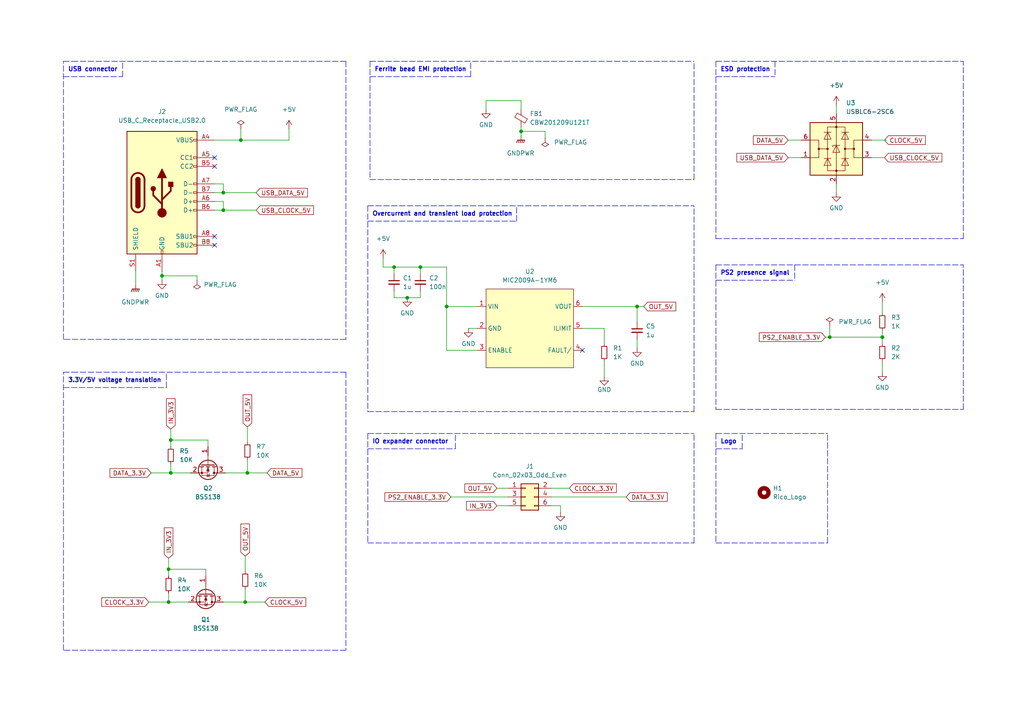
<source format=kicad_sch>
(kicad_sch (version 20211123) (generator eeschema)
  (paper "A4")
  (title_block (title "PS2 AT to USB Daughterboard for Leyden Jar controller") (date "2023-05-26") (rev "1") (comment 1 "Designed with love by Rico"))
  (lib_symbols
    (symbol "Connector:USB_C_Receptacle_USB2.0" (pin_names (offset 1.016))
      (property "Reference" "J" (at -10.16 19.05 0))
      (property "Value" "USB_C_Receptacle_USB2.0" (at 19.05 19.05 0))
      (symbol "USB_C_Receptacle_USB2.0_0_0"
        (rectangle (start -0.254 -17.78) (end 0.254 -16.764))
        (rectangle (start 10.16 -14.986) (end 9.144 -15.494))
        (rectangle (start 10.16 -12.446) (end 9.144 -12.954))
        (rectangle (start 10.16 -4.826) (end 9.144 -5.334))
        (rectangle (start 10.16 -2.286) (end 9.144 -2.794))
        (rectangle (start 10.16 0.254) (end 9.144 -0.254))
        (rectangle (start 10.16 2.794) (end 9.144 2.286))
        (rectangle (start 10.16 7.874) (end 9.144 7.366))
        (rectangle (start 10.16 10.414) (end 9.144 9.906))
        (rectangle (start 10.16 15.494) (end 9.144 14.986))
      )
      (symbol "USB_C_Receptacle_USB2.0_0_1"
        (rectangle (start -10.16 17.78) (end 10.16 -17.78) (stroke (width 0.254)) (fill (type background)))
        (arc (start -8.89 -3.81) (mid -6.985 -5.715) (end -5.08 -3.81) (stroke (width 0.508)))
        (arc (start -7.62 -3.81) (mid -6.985 -4.445) (end -6.35 -3.81) (stroke (width 0.254)))
        (arc (start -7.62 -3.81) (mid -6.985 -4.445) (end -6.35 -3.81) (stroke (width 0.254)) (fill (type outline)))
        (rectangle (start -7.62 -3.81) (end -6.35 3.81) (stroke (width 0.254)) (fill (type outline)))
        (arc (start -6.35 3.81) (mid -6.985 4.445) (end -7.62 3.81) (stroke (width 0.254)))
        (arc (start -6.35 3.81) (mid -6.985 4.445) (end -7.62 3.81) (stroke (width 0.254)) (fill (type outline)))
        (arc (start -5.08 3.81) (mid -6.985 5.715) (end -8.89 3.81) (stroke (width 0.508)))
        (circle (center -2.54 1.143) (radius 0.635) (stroke (width 0.254)) (fill (type outline)))
        (circle (center 0 -5.842) (radius 1.27) (fill (type outline)))
        (polyline (pts (xy -8.89 -3.81) (xy -8.89 3.81)) (stroke (width 0.508)))
        (polyline (pts (xy -5.08 3.81) (xy -5.08 -3.81)) (stroke (width 0.508)))
        (polyline (pts (xy 0 -5.842) (xy 0 4.318)) (stroke (width 0.508)))
        (polyline (pts (xy 0 -3.302) (xy -2.54 -0.762) (xy -2.54 0.508)) (stroke (width 0.508)))
        (polyline (pts (xy 0 -2.032) (xy 2.54 0.508) (xy 2.54 1.778)) (stroke (width 0.508)))
        (polyline (pts (xy -1.27 4.318) (xy 0 6.858) (xy 1.27 4.318) (xy -1.27 4.318)) (stroke (width 0.254)) (fill (type outline)))
        (rectangle (start 1.905 1.778) (end 3.175 3.048) (stroke (width 0.254)) (fill (type outline)))
      )
      (symbol "USB_C_Receptacle_USB2.0_1_1"
        (pin passive line (at 0 -22.86 90) (length 5.08) (name "GND") (number "A1"))
        (pin passive line (at 0 -22.86 90) (length 5.08) hide (name "GND") (number "A12"))
        (pin passive line (at 15.24 15.24 180) (length 5.08) (name "VBUS") (number "A4"))
        (pin bidirectional line (at 15.24 10.16 180) (length 5.08) (name "CC1") (number "A5"))
        (pin bidirectional line (at 15.24 -2.54 180) (length 5.08) (name "D+") (number "A6"))
        (pin bidirectional line (at 15.24 2.54 180) (length 5.08) (name "D-") (number "A7"))
        (pin bidirectional line (at 15.24 -12.7 180) (length 5.08) (name "SBU1") (number "A8"))
        (pin passive line (at 15.24 15.24 180) (length 5.08) hide (name "VBUS") (number "A9"))
        (pin passive line (at 0 -22.86 90) (length 5.08) hide (name "GND") (number "B1"))
        (pin passive line (at 0 -22.86 90) (length 5.08) hide (name "GND") (number "B12"))
        (pin passive line (at 15.24 15.24 180) (length 5.08) hide (name "VBUS") (number "B4"))
        (pin bidirectional line (at 15.24 7.62 180) (length 5.08) (name "CC2") (number "B5"))
        (pin bidirectional line (at 15.24 -5.08 180) (length 5.08) (name "D+") (number "B6"))
        (pin bidirectional line (at 15.24 0 180) (length 5.08) (name "D-") (number "B7"))
        (pin bidirectional line (at 15.24 -15.24 180) (length 5.08) (name "SBU2") (number "B8"))
        (pin passive line (at 15.24 15.24 180) (length 5.08) hide (name "VBUS") (number "B9"))
        (pin passive line (at -7.62 -22.86 90) (length 5.08) (name "SHIELD") (number "S1"))
      )
    )
    (symbol "Connector_Generic:Conn_02x03_Odd_Even" (pin_names (offset 1.016) hide)
      (property "Reference" "J" (at 1.27 5.08 0))
      (property "Value" "Conn_02x03_Odd_Even" (at 1.27 -5.08 0))
      (symbol "Conn_02x03_Odd_Even_1_1"
        (rectangle (start -1.27 -2.413) (end 0 -2.667) (stroke (width 0.1524)))
        (rectangle (start -1.27 0.127) (end 0 -0.127) (stroke (width 0.1524)))
        (rectangle (start -1.27 2.667) (end 0 2.413) (stroke (width 0.1524)))
        (rectangle (start -1.27 3.81) (end 3.81 -3.81) (stroke (width 0.254)) (fill (type background)))
        (rectangle (start 3.81 -2.413) (end 2.54 -2.667) (stroke (width 0.1524)))
        (rectangle (start 3.81 0.127) (end 2.54 -0.127) (stroke (width 0.1524)))
        (rectangle (start 3.81 2.667) (end 2.54 2.413) (stroke (width 0.1524)))
        (pin passive line (at -5.08 2.54 0) (length 3.81) (name "Pin_1") (number "1"))
        (pin passive line (at 7.62 2.54 180) (length 3.81) (name "Pin_2") (number "2"))
        (pin passive line (at -5.08 0 0) (length 3.81) (name "Pin_3") (number "3"))
        (pin passive line (at 7.62 0 180) (length 3.81) (name "Pin_4") (number "4"))
        (pin passive line (at -5.08 -2.54 0) (length 3.81) (name "Pin_5") (number "5"))
        (pin passive line (at 7.62 -2.54 180) (length 3.81) (name "Pin_6") (number "6"))
      )
    )
    (symbol "Device:C_Small" (pin_numbers hide) (pin_names (offset 0.254) hide)
      (property "Reference" "C" (at 0.254 1.778 0))
      (property "Value" "C_Small" (at 0.254 -2.032 0))
      (symbol "C_Small_0_1"
        (polyline (pts (xy -1.524 -0.508) (xy 1.524 -0.508)) (stroke (width 0.3302)))
        (polyline (pts (xy -1.524 0.508) (xy 1.524 0.508)) (stroke (width 0.3048)))
      )
      (symbol "C_Small_1_1"
        (pin passive line (at 0 2.54 270) (length 2.032) (name "~") (number "1"))
        (pin passive line (at 0 -2.54 90) (length 2.032) (name "~") (number "2"))
      )
    )
    (symbol "Device:FerriteBead_Small" (pin_numbers hide) (pin_names (offset 0))
      (property "Reference" "FB" (at 1.905 1.27 0))
      (property "Value" "FerriteBead_Small" (at 1.905 -1.27 0))
      (symbol "FerriteBead_Small_0_1"
        (polyline (pts (xy 0 -1.27) (xy 0 -0.7874)))
        (polyline (pts (xy 0 0.889) (xy 0 1.2954)))
        (polyline (pts (xy -1.8288 0.2794) (xy -1.1176 1.4986) (xy 1.8288 -0.2032) (xy 1.1176 -1.4224) (xy -1.8288 0.2794)))
      )
      (symbol "FerriteBead_Small_1_1"
        (pin passive line (at 0 2.54 270) (length 1.27) (name "~") (number "1"))
        (pin passive line (at 0 -2.54 90) (length 1.27) (name "~") (number "2"))
      )
    )
    (symbol "Device:R_Small" (pin_numbers hide) (pin_names (offset 0.254) hide)
      (property "Reference" "R" (at 0.762 0.508 0))
      (property "Value" "R_Small" (at 0.762 -1.016 0))
      (symbol "R_Small_0_1"
        (rectangle (start -0.762 1.778) (end 0.762 -1.778) (stroke (width 0.2032)))
      )
      (symbol "R_Small_1_1"
        (pin passive line (at 0 2.54 270) (length 0.762) (name "~") (number "1"))
        (pin passive line (at 0 -2.54 90) (length 0.762) (name "~") (number "2"))
      )
    )
    (symbol "Mechanical:MountingHole" (pin_names (offset 1.016))
      (property "Reference" "H" (at 0 5.08 0))
      (property "Value" "MountingHole" (at 0 3.175 0))
      (symbol "MountingHole_0_1"
        (circle (center 0 0) (radius 1.27) (stroke (width 1.27)))
      )
    )
    (symbol "Model-F:MIC2009A"
      (property "Reference" "U" (at 0 15.24 0))
      (property "Value" "MIC2009A" (at 0 12.7 0))
      (symbol "MIC2009A_0_1"
        (rectangle (start -12.7 11.43) (end 12.7 -11.43) (fill (type background)))
      )
      (symbol "MIC2009A_1_1"
        (pin power_in line (at -15.24 6.35 0) (length 2.54) (name "VIN") (number "1"))
        (pin power_in line (at -15.24 0 0) (length 2.54) (name "GND") (number "2"))
        (pin input line (at -15.24 -6.35 0) (length 2.54) (name "ENABLE") (number "3"))
        (pin output line (at 15.24 -6.35 180) (length 2.54) (name "FAULT/") (number "4"))
        (pin input line (at 15.24 0 180) (length 2.54) (name "ILIMIT") (number "5"))
        (pin power_out line (at 15.24 6.35 180) (length 2.54) (name "VOUT") (number "6"))
      )
    )
    (symbol "Power_Protection:USBLC6-2SC6" (pin_names hide)
      (property "Reference" "U" (at 2.54 8.89 0))
      (property "Value" "USBLC6-2SC6" (at 2.54 -8.89 0))
      (symbol "USBLC6-2SC6_0_1"
        (rectangle (start -7.62 -7.62) (end 7.62 7.62) (stroke (width 0.254)) (fill (type background)))
        (circle (center -5.08 0) (radius 0.254) (fill (type outline)))
        (circle (center -2.54 0) (radius 0.254) (fill (type outline)))
        (rectangle (start -2.54 6.35) (end 2.54 -6.35))
        (circle (center 0 -6.35) (radius 0.254) (fill (type outline)))
        (polyline (pts (xy -5.08 -2.54) (xy -7.62 -2.54)))
        (polyline (pts (xy -5.08 0) (xy -5.08 -2.54)))
        (polyline (pts (xy -5.08 2.54) (xy -7.62 2.54)))
        (polyline (pts (xy -1.524 -2.794) (xy -3.556 -2.794)))
        (polyline (pts (xy -1.524 4.826) (xy -3.556 4.826)))
        (polyline (pts (xy 0 -7.62) (xy 0 -6.35)))
        (polyline (pts (xy 0 -6.35) (xy 0 1.27)))
        (polyline (pts (xy 0 1.27) (xy 0 6.35)))
        (polyline (pts (xy 0 6.35) (xy 0 7.62)))
        (polyline (pts (xy 1.524 -2.794) (xy 3.556 -2.794)))
        (polyline (pts (xy 1.524 4.826) (xy 3.556 4.826)))
        (polyline (pts (xy 5.08 -2.54) (xy 7.62 -2.54)))
        (polyline (pts (xy 5.08 0) (xy 5.08 -2.54)))
        (polyline (pts (xy 5.08 2.54) (xy 7.62 2.54)))
        (polyline (pts (xy -2.54 0) (xy -5.08 0) (xy -5.08 2.54)))
        (polyline (pts (xy 2.54 0) (xy 5.08 0) (xy 5.08 2.54)))
        (polyline (pts (xy -3.556 -4.826) (xy -1.524 -4.826) (xy -2.54 -2.794) (xy -3.556 -4.826)))
        (polyline (pts (xy -3.556 2.794) (xy -1.524 2.794) (xy -2.54 4.826) (xy -3.556 2.794)))
        (polyline (pts (xy -1.016 -1.016) (xy 1.016 -1.016) (xy 0 1.016) (xy -1.016 -1.016)))
        (polyline (pts (xy 1.016 1.016) (xy 0.762 1.016) (xy -1.016 1.016) (xy -1.016 0.508)))
        (polyline (pts (xy 3.556 -4.826) (xy 1.524 -4.826) (xy 2.54 -2.794) (xy 3.556 -4.826)))
        (polyline (pts (xy 3.556 2.794) (xy 1.524 2.794) (xy 2.54 4.826) (xy 3.556 2.794)))
        (circle (center 0 6.35) (radius 0.254) (fill (type outline)))
        (circle (center 2.54 0) (radius 0.254) (fill (type outline)))
        (circle (center 5.08 0) (radius 0.254) (fill (type outline)))
      )
      (symbol "USBLC6-2SC6_1_1"
        (pin passive line (at -10.16 -2.54 0) (length 2.54) (name "I/O1") (number "1"))
        (pin passive line (at 0 -10.16 90) (length 2.54) (name "GND") (number "2"))
        (pin passive line (at 10.16 -2.54 180) (length 2.54) (name "I/O2") (number "3"))
        (pin passive line (at 10.16 2.54 180) (length 2.54) (name "I/O2") (number "4"))
        (pin passive line (at 0 10.16 270) (length 2.54) (name "VBUS") (number "5"))
        (pin passive line (at -10.16 2.54 0) (length 2.54) (name "I/O1") (number "6"))
      )
    )
    (symbol "Transistor_FET:BSS138" (pin_names hide)
      (property "Reference" "Q" (at 5.08 1.905 0))
      (property "Value" "BSS138" (at 5.08 0 0))
      (symbol "BSS138_0_1"
        (polyline (pts (xy 0.254 0) (xy -2.54 0)))
        (polyline (pts (xy 0.254 1.905) (xy 0.254 -1.905)) (stroke (width 0.254)))
        (polyline (pts (xy 0.762 -1.27) (xy 0.762 -2.286)) (stroke (width 0.254)))
        (polyline (pts (xy 0.762 0.508) (xy 0.762 -0.508)) (stroke (width 0.254)))
        (polyline (pts (xy 0.762 2.286) (xy 0.762 1.27)) (stroke (width 0.254)))
        (polyline (pts (xy 2.54 2.54) (xy 2.54 1.778)))
        (polyline (pts (xy 2.54 -2.54) (xy 2.54 0) (xy 0.762 0)))
        (polyline (pts (xy 0.762 -1.778) (xy 3.302 -1.778) (xy 3.302 1.778) (xy 0.762 1.778)))
        (polyline (pts (xy 1.016 0) (xy 2.032 0.381) (xy 2.032 -0.381) (xy 1.016 0)) (fill (type outline)))
        (polyline (pts (xy 2.794 0.508) (xy 2.921 0.381) (xy 3.683 0.381) (xy 3.81 0.254)))
        (polyline (pts (xy 3.302 0.381) (xy 2.921 -0.254) (xy 3.683 -0.254) (xy 3.302 0.381)))
        (circle (center 1.651 0) (radius 2.794) (stroke (width 0.254)))
        (circle (center 2.54 -1.778) (radius 0.254) (fill (type outline)))
        (circle (center 2.54 1.778) (radius 0.254) (fill (type outline)))
      )
      (symbol "BSS138_1_1"
        (pin input line (at -5.08 0 0) (length 2.54) (name "G") (number "1"))
        (pin passive line (at 2.54 -5.08 90) (length 2.54) (name "S") (number "2"))
        (pin passive line (at 2.54 5.08 270) (length 2.54) (name "D") (number "3"))
      )
    )
    (symbol "power:+5V" (power) (pin_names (offset 0))
      (property "Value" "+5V" (at 0 3.556 0))
      (symbol "+5V_0_1"
        (polyline (pts (xy -0.762 1.27) (xy 0 2.54)))
        (polyline (pts (xy 0 0) (xy 0 2.54)))
        (polyline (pts (xy 0 2.54) (xy 0.762 1.27)))
      )
      (symbol "+5V_1_1"
        (pin power_in line (at 0 0 90) (length 0) hide (name "+5V") (number "1"))
      )
    )
    (symbol "power:GND" (power) (pin_names (offset 0))
      (property "Value" "GND" (at 0 -3.81 0))
      (symbol "GND_0_1"
        (polyline (pts (xy 0 0) (xy 0 -1.27) (xy 1.27 -1.27) (xy 0 -2.54) (xy -1.27 -1.27) (xy 0 -1.27)))
      )
      (symbol "GND_1_1"
        (pin power_in line (at 0 0 270) (length 0) hide (name "GND") (number "1"))
      )
    )
    (symbol "power:GNDPWR" (power) (pin_names (offset 0))
      (property "Value" "GNDPWR" (at 0 -3.302 0))
      (symbol "GNDPWR_0_1"
        (polyline (pts (xy 0 -1.27) (xy 0 0)))
        (polyline (pts (xy -1.016 -1.27) (xy -1.27 -2.032) (xy -1.27 -2.032)) (stroke (width 0.2032)))
        (polyline (pts (xy -0.508 -1.27) (xy -0.762 -2.032) (xy -0.762 -2.032)) (stroke (width 0.2032)))
        (polyline (pts (xy 0 -1.27) (xy -0.254 -2.032) (xy -0.254 -2.032)) (stroke (width 0.2032)))
        (polyline (pts (xy 0.508 -1.27) (xy 0.254 -2.032) (xy 0.254 -2.032)) (stroke (width 0.2032)))
        (polyline (pts (xy 1.016 -1.27) (xy -1.016 -1.27) (xy -1.016 -1.27)) (stroke (width 0.2032)))
        (polyline (pts (xy 1.016 -1.27) (xy 0.762 -2.032) (xy 0.762 -2.032) (xy 0.762 -2.032)) (stroke (width 0.2032)))
      )
      (symbol "GNDPWR_1_1"
        (pin power_in line (at 0 0 270) (length 0) hide (name "GNDPWR") (number "1"))
      )
    )
    (symbol "power:PWR_FLAG" (power) (pin_numbers hide) (pin_names (offset 0) hide)
      (property "Value" "PWR_FLAG" (at 0 3.81 0))
      (symbol "PWR_FLAG_0_0"
        (pin power_out line (at 0 0 90) (length 0) (name "pwr") (number "1"))
      )
      (symbol "PWR_FLAG_0_1"
        (polyline (pts (xy 0 0) (xy 0 1.27) (xy -1.016 1.905) (xy 0 2.54) (xy 1.016 1.905) (xy 0 1.27)))
      )
    )
  )
  (junction (at 49.53 137.16))
  (junction (at 71.755 137.16))
  (junction (at 64.77 60.96))
  (junction (at 255.905 97.79))
  (junction (at 240.665 97.79))
  (junction (at 48.895 174.625))
  (junction (at 64.77 55.88))
  (junction (at 69.85 40.64))
  (junction (at 151.13 38.1))
  (junction (at 121.92 77.47))
  (junction (at 48.895 165.1))
  (junction (at 184.785 88.9))
  (junction (at 114.3 77.47))
  (junction (at 71.12 174.625))
  (junction (at 49.53 127.635))
  (junction (at 129.54 88.9))
  (junction (at 46.99 80.01))
  (junction (at 118.11 86.36))
  (no_connect (at 168.91 101.6))
  (no_connect (at 62.23 71.12))
  (no_connect (at 62.23 68.58))
  (no_connect (at 62.23 48.26))
  (no_connect (at 62.23 45.72))
  (wire (pts (xy 121.92 77.47) (xy 129.54 77.47)))
  (wire (pts (xy 49.53 137.16) (xy 55.245 137.16)))
  (polyline (pts (xy 106.68 157.48) (xy 201.295 157.48)))
  (polyline (pts (xy 207.645 125.73) (xy 240.03 125.73)))
  (wire (pts (xy 130.81 144.145) (xy 147.32 144.145)))
  (polyline (pts (xy 201.295 119.38) (xy 201.295 59.69)))
  (wire (pts (xy 158.115 38.1) (xy 151.13 38.1)))
  (wire (pts (xy 140.97 29.21) (xy 140.97 31.75)))
  (polyline (pts (xy 100.33 98.425) (xy 18.415 98.425)))
  (polyline (pts (xy 207.645 22.225) (xy 224.79 22.225)))
  (polyline (pts (xy 18.415 98.425) (xy 18.415 17.78)))
  (wire (pts (xy 160.02 141.605) (xy 165.1 141.605)))
  (wire (pts (xy 83.82 37.465) (xy 83.82 40.64)))
  (polyline (pts (xy 106.68 119.38) (xy 201.295 119.38)))
  (polyline (pts (xy 107.315 22.225) (xy 136.525 22.225)))
  (wire (pts (xy 59.69 165.1) (xy 59.69 167.005)))
  (polyline (pts (xy 207.645 69.215) (xy 279.4 69.215)))
  (polyline (pts (xy 207.645 17.78) (xy 279.4 17.78)))
  (wire (pts (xy 135.89 95.25) (xy 138.43 95.25)))
  (polyline (pts (xy 136.525 22.225) (xy 136.525 17.78)))
  (wire (pts (xy 64.77 55.88) (xy 74.295 55.88)))
  (wire (pts (xy 129.54 101.6) (xy 138.43 101.6)))
  (wire (pts (xy 62.23 53.34) (xy 64.77 53.34)))
  (wire (pts (xy 48.895 174.625) (xy 54.61 174.625)))
  (wire (pts (xy 46.99 78.74) (xy 46.99 80.01)))
  (wire (pts (xy 151.13 38.1) (xy 151.13 39.37)))
  (wire (pts (xy 71.755 137.16) (xy 65.405 137.16)))
  (wire (pts (xy 48.895 165.1) (xy 48.895 167.005)))
  (wire (pts (xy 184.785 88.9) (xy 186.69 88.9)))
  (polyline (pts (xy 18.415 107.95) (xy 20.955 107.95)))
  (wire (pts (xy 69.85 40.64) (xy 83.82 40.64)))
  (polyline (pts (xy 279.4 69.215) (xy 279.4 17.78)))
  (wire (pts (xy 151.13 36.83) (xy 151.13 38.1)))
  (wire (pts (xy 71.755 123.825) (xy 71.755 128.27)))
  (wire (pts (xy 158.115 40.005) (xy 158.115 38.1)))
  (polyline (pts (xy 201.295 157.48) (xy 201.295 125.73)))
  (wire (pts (xy 144.145 146.685) (xy 147.32 146.685)))
  (wire (pts (xy 242.57 30.48) (xy 242.57 33.02)))
  (polyline (pts (xy 207.645 76.835) (xy 207.645 118.745)))
  (wire (pts (xy 71.755 137.16) (xy 77.47 137.16)))
  (wire (pts (xy 239.395 97.79) (xy 240.665 97.79)))
  (wire (pts (xy 129.54 88.9) (xy 138.43 88.9)))
  (wire (pts (xy 46.99 80.01) (xy 46.99 81.28)))
  (wire (pts (xy 49.53 127.635) (xy 60.325 127.635)))
  (wire (pts (xy 121.92 77.47) (xy 121.92 79.375)))
  (polyline (pts (xy 18.415 188.595) (xy 18.415 107.95)))
  (wire (pts (xy 49.53 127.635) (xy 49.53 129.54)))
  (wire (pts (xy 252.73 45.72) (xy 256.54 45.72)))
  (wire (pts (xy 64.77 53.34) (xy 64.77 55.88)))
  (wire (pts (xy 151.13 29.21) (xy 140.97 29.21)))
  (wire (pts (xy 60.325 127.635) (xy 60.325 129.54)))
  (polyline (pts (xy 224.79 17.78) (xy 224.79 22.225)))
  (wire (pts (xy 168.91 95.25) (xy 175.26 95.25)))
  (wire (pts (xy 49.53 124.46) (xy 49.53 127.635)))
  (polyline (pts (xy 100.33 188.595) (xy 18.415 188.595)))
  (polyline (pts (xy 100.33 107.95) (xy 100.33 188.595)))
  (wire (pts (xy 175.26 95.25) (xy 175.26 99.695)))
  (wire (pts (xy 121.92 84.455) (xy 121.92 86.36)))
  (wire (pts (xy 255.905 87.63) (xy 255.905 90.805)))
  (wire (pts (xy 184.785 88.9) (xy 184.785 93.345)))
  (wire (pts (xy 62.23 55.88) (xy 64.77 55.88)))
  (wire (pts (xy 114.3 77.47) (xy 114.3 79.375)))
  (polyline (pts (xy 20.955 17.78) (xy 100.33 17.78)))
  (polyline (pts (xy 207.645 125.73) (xy 207.645 157.48)))
  (wire (pts (xy 57.15 80.01) (xy 46.99 80.01)))
  (wire (pts (xy 228.6 40.64) (xy 232.41 40.64)))
  (wire (pts (xy 151.13 31.75) (xy 151.13 29.21)))
  (wire (pts (xy 162.56 146.685) (xy 162.56 148.59)))
  (wire (pts (xy 175.26 104.775) (xy 175.26 109.22)))
  (wire (pts (xy 114.3 86.36) (xy 118.11 86.36)))
  (wire (pts (xy 48.895 165.1) (xy 59.69 165.1)))
  (wire (pts (xy 62.23 58.42) (xy 64.77 58.42)))
  (wire (pts (xy 114.3 84.455) (xy 114.3 86.36)))
  (polyline (pts (xy 35.56 22.225) (xy 35.56 17.78)))
  (wire (pts (xy 71.12 174.625) (xy 76.835 174.625)))
  (polyline (pts (xy 20.955 107.95) (xy 100.33 107.95)))
  (wire (pts (xy 71.755 133.35) (xy 71.755 137.16)))
  (polyline (pts (xy 215.265 130.175) (xy 215.265 125.73)))
  (wire (pts (xy 129.54 77.47) (xy 129.54 88.9)))
  (wire (pts (xy 64.77 60.96) (xy 74.295 60.96)))
  (polyline (pts (xy 207.645 76.835) (xy 279.4 76.835)))
  (wire (pts (xy 39.37 78.74) (xy 39.37 82.55)))
  (wire (pts (xy 57.15 81.28) (xy 57.15 80.01)))
  (polyline (pts (xy 106.68 59.69) (xy 106.68 119.38)))
  (polyline (pts (xy 106.68 130.175) (xy 132.08 130.175)))
  (polyline (pts (xy 201.295 52.07) (xy 201.295 17.78)))
  (wire (pts (xy 43.815 137.16) (xy 49.53 137.16)))
  (polyline (pts (xy 207.645 118.745) (xy 279.4 118.745)))
  (wire (pts (xy 62.23 40.64) (xy 69.85 40.64)))
  (polyline (pts (xy 18.415 22.225) (xy 35.56 22.225)))
  (polyline (pts (xy 207.645 157.48) (xy 240.03 157.48)))
  (wire (pts (xy 62.23 60.96) (xy 64.77 60.96)))
  (wire (pts (xy 240.665 97.79) (xy 255.905 97.79)))
  (wire (pts (xy 255.905 97.79) (xy 255.905 99.695)))
  (wire (pts (xy 114.3 77.47) (xy 121.92 77.47)))
  (polyline (pts (xy 207.645 130.175) (xy 215.265 130.175)))
  (wire (pts (xy 129.54 88.9) (xy 129.54 101.6)))
  (polyline (pts (xy 149.86 64.135) (xy 149.86 59.69)))
  (wire (pts (xy 160.02 144.145) (xy 181.61 144.145)))
  (polyline (pts (xy 107.315 17.78) (xy 107.315 52.07)))
  (wire (pts (xy 240.665 94.615) (xy 240.665 97.79)))
  (polyline (pts (xy 107.315 17.78) (xy 201.295 17.78)))
  (polyline (pts (xy 48.26 112.395) (xy 48.26 107.95)))
  (polyline (pts (xy 18.415 112.395) (xy 48.26 112.395)))
  (wire (pts (xy 255.905 104.775) (xy 255.905 107.95)))
  (polyline (pts (xy 106.68 125.73) (xy 201.295 125.73)))
  (wire (pts (xy 252.73 40.64) (xy 257.175 40.64)))
  (wire (pts (xy 48.895 172.085) (xy 48.895 174.625)))
  (wire (pts (xy 160.02 146.685) (xy 162.56 146.685)))
  (polyline (pts (xy 107.315 52.07) (xy 201.295 52.07)))
  (wire (pts (xy 242.57 53.34) (xy 242.57 55.88)))
  (wire (pts (xy 255.905 95.885) (xy 255.905 97.79)))
  (wire (pts (xy 118.11 86.36) (xy 121.92 86.36)))
  (wire (pts (xy 64.77 58.42) (xy 64.77 60.96)))
  (polyline (pts (xy 207.645 81.28) (xy 230.505 81.28)))
  (wire (pts (xy 71.12 174.625) (xy 64.77 174.625)))
  (polyline (pts (xy 18.415 17.78) (xy 20.955 17.78)))
  (wire (pts (xy 48.895 161.925) (xy 48.895 165.1)))
  (wire (pts (xy 69.85 37.465) (xy 69.85 40.64)))
  (polyline (pts (xy 132.08 130.175) (xy 132.08 125.73)))
  (polyline (pts (xy 230.505 76.835) (xy 230.505 81.28)))
  (polyline (pts (xy 279.4 118.745) (xy 279.4 76.835)))
  (wire (pts (xy 43.18 174.625) (xy 48.895 174.625)))
  (wire (pts (xy 228.6 45.72) (xy 232.41 45.72)))
  (polyline (pts (xy 207.645 17.78) (xy 207.645 69.215)))
  (wire (pts (xy 111.125 77.47) (xy 111.125 74.93)))
  (wire (pts (xy 168.91 88.9) (xy 184.785 88.9)))
  (polyline (pts (xy 100.33 17.78) (xy 100.33 98.425)))
  (wire (pts (xy 144.145 141.605) (xy 147.32 141.605)))
  (wire (pts (xy 184.785 98.425) (xy 184.785 100.965)))
  (polyline (pts (xy 106.68 59.69) (xy 201.295 59.69)))
  (wire (pts (xy 111.125 77.47) (xy 114.3 77.47)))
  (wire (pts (xy 71.12 170.815) (xy 71.12 174.625)))
  (polyline (pts (xy 240.03 157.48) (xy 240.03 125.73)))
  (wire (pts (xy 49.53 134.62) (xy 49.53 137.16)))
  (polyline (pts (xy 106.68 64.135) (xy 149.86 64.135)))
  (polyline (pts (xy 106.68 125.73) (xy 106.68 157.48)))
  (wire (pts (xy 71.12 161.29) (xy 71.12 165.735)))
  (text "ESD protection" (at 208.915 20.955 0) (effects (font (size 1.27 1.27) (thickness 0.254) bold) (justify left bottom)))
  (text "Overcurrent and transient load protection" (at 107.95 62.865 0) (effects (font (size 1.27 1.27) (thickness 0.254) bold) (justify left bottom)))
  (text "Logo" (at 208.915 128.905 0) (effects (font (size 1.27 1.27) (thickness 0.254) bold) (justify left bottom)))
  (text "3.3V/5V voltage translation" (at 19.685 111.125 0) (effects (font (size 1.27 1.27) (thickness 0.254) bold) (justify left bottom)))
  (text "PS2 presence signal" (at 208.915 80.01 0) (effects (font (size 1.27 1.27) (thickness 0.254) bold) (justify left bottom)))
  (text "IO expander connector" (at 107.95 128.905 0) (effects (font (size 1.27 1.27) (thickness 0.254) bold) (justify left bottom)))
  (text "Ferrite bead EMI protection" (at 108.585 20.955 0) (effects (font (size 1.27 1.27) (thickness 0.254) bold) (justify left bottom)))
  (text "USB connector" (at 19.685 20.955 0) (effects (font (size 1.27 1.27) (thickness 0.254) bold) (justify left bottom)))
  (global_label "OUT_5V" (shape input) (at 71.755 123.825 90) (property "Intersheet References" "${INTERSHEET_REFS}" (effects hide)))
  (global_label "DATA_5V" (shape input) (at 77.47 137.16 0) (property "Intersheet References" "${INTERSHEET_REFS}" (effects hide)))
  (global_label "CLOCK_5V" (shape input) (at 76.835 174.625 0) (property "Intersheet References" "${INTERSHEET_REFS}" (effects hide)))
  (global_label "DATA_3.3V" (shape input) (at 181.61 144.145 0) (property "Intersheet References" "${INTERSHEET_REFS}" (effects hide)))
  (global_label "USB_CLOCK_5V" (shape input) (at 256.54 45.72 0) (property "Intersheet References" "${INTERSHEET_REFS}" (effects hide)))
  (global_label "DATA_3.3V" (shape input) (at 43.815 137.16 180) (property "Intersheet References" "${INTERSHEET_REFS}" (effects hide)))
  (global_label "IN_3V3" (shape input) (at 48.895 161.925 90) (property "Intersheet References" "${INTERSHEET_REFS}" (effects hide)))
  (global_label "PS2_ENABLE_3.3V" (shape input) (at 130.81 144.145 180) (property "Intersheet References" "${INTERSHEET_REFS}" (effects hide)))
  (global_label "IN_3V3" (shape input) (at 144.145 146.685 180) (property "Intersheet References" "${INTERSHEET_REFS}" (effects hide)))
  (global_label "USB_DATA_5V" (shape input) (at 228.6 45.72 180) (property "Intersheet References" "${INTERSHEET_REFS}" (effects hide)))
  (global_label "PS2_ENABLE_3.3V" (shape input) (at 239.395 97.79 180) (property "Intersheet References" "${INTERSHEET_REFS}" (effects hide)))
  (global_label "CLOCK_3.3V" (shape input) (at 43.18 174.625 180) (property "Intersheet References" "${INTERSHEET_REFS}" (effects hide)))
  (global_label "IN_3V3" (shape input) (at 49.53 124.46 90) (property "Intersheet References" "${INTERSHEET_REFS}" (effects hide)))
  (global_label "OUT_5V" (shape input) (at 186.69 88.9 0) (property "Intersheet References" "${INTERSHEET_REFS}" (effects hide)))
  (global_label "USB_CLOCK_5V" (shape input) (at 74.295 60.96 0) (property "Intersheet References" "${INTERSHEET_REFS}" (effects hide)))
  (global_label "USB_DATA_5V" (shape input) (at 74.295 55.88 0) (property "Intersheet References" "${INTERSHEET_REFS}" (effects hide)))
  (global_label "CLOCK_5V" (shape input) (at 256.54 40.64 0) (property "Intersheet References" "${INTERSHEET_REFS}" (effects hide)))
  (global_label "OUT_5V" (shape input) (at 71.12 161.29 90) (property "Intersheet References" "${INTERSHEET_REFS}" (effects hide)))
  (global_label "CLOCK_3.3V" (shape input) (at 165.1 141.605 0) (property "Intersheet References" "${INTERSHEET_REFS}" (effects hide)))
  (global_label "DATA_5V" (shape input) (at 228.6 40.64 180) (property "Intersheet References" "${INTERSHEET_REFS}" (effects hide)))
  (global_label "OUT_5V" (shape input) (at 144.145 141.605 180) (property "Intersheet References" "${INTERSHEET_REFS}" (effects hide)))
  (symbol (lib_id "power:GND") (at 118.11 86.36 0) (unit 1)
    (property "Reference" "#PWR0104" (effects hide))
    (property "Value" "GND" (at 118.11 90.805 0))
  )
  (symbol (lib_id "power:PWR_FLAG") (at 57.15 81.28 180) (unit 1)
    (property "Reference" "#FLG0102" (effects hide))
    (property "Value" "PWR_FLAG" (at 59.055 82.5499 0) (effects (justify right)))
  )
  (symbol (lib_id "power:GNDPWR") (at 151.13 39.37 0) (unit 1)
    (property "Reference" "#PWR0109" (effects hide))
    (property "Value" "GNDPWR" (at 151.003 44.45 0))
  )
  (symbol (lib_id "power:PWR_FLAG") (at 240.665 94.615 0) (unit 1)
    (property "Reference" "#FLG0104" (effects hide))
    (property "Value" "PWR_FLAG" (at 243.205 93.3449 0) (effects (justify left)))
  )
  (symbol (lib_id "Device:R_Small") (at 255.905 93.345 0) (unit 1)
    (property "Reference" "R3" (at 258.445 92.0749 0) (effects (justify left)))
    (property "Value" "1K" (at 258.445 94.6149 0) (effects (justify left)))
    (property "Footprint" "Model-F:Resistor_603" (effects hide))
    (property "LCSC" "C11702" (effects hide))
  )
  (symbol (lib_id "power:PWR_FLAG") (at 158.115 40.005 180) (unit 1)
    (property "Reference" "#FLG0103" (effects hide))
    (property "Value" "PWR_FLAG" (at 160.655 41.2749 0) (effects (justify right)))
  )
  (symbol (lib_id "Device:R_Small") (at 71.755 130.81 0) (unit 1)
    (property "Reference" "R7" (at 74.295 129.5399 0) (effects (justify left)))
    (property "Value" "10K" (at 74.295 132.0799 0) (effects (justify left)))
    (property "Footprint" "Model-F:Resistor_603" (effects hide))
    (property "LCSC" "C25744" (effects hide))
  )
  (symbol (lib_id "power:PWR_FLAG") (at 69.85 37.465 0) (unit 1)
    (property "Reference" "#FLG0101" (effects hide))
    (property "Value" "PWR_FLAG" (at 69.85 31.75 0))
  )
  (symbol (lib_id "power:GND") (at 162.56 148.59 0) (unit 1)
    (property "Reference" "#PWR0114" (effects hide))
    (property "Value" "GND" (at 162.56 153.035 0))
  )
  (symbol (lib_id "Device:R_Small") (at 255.905 102.235 0) (unit 1)
    (property "Reference" "R2" (at 258.445 100.9649 0) (effects (justify left)))
    (property "Value" "2K" (at 258.445 103.5049 0) (effects (justify left)))
    (property "Footprint" "Model-F:Resistor_603" (effects hide))
    (property "LCSC" "C100291" (effects hide))
  )
  (symbol (lib_id "power:GND") (at 175.26 109.22 0) (unit 1)
    (property "Reference" "#PWR0102" (effects hide))
    (property "Value" "GND" (at 175.26 113.03 0))
  )
  (symbol (lib_id "Transistor_FET:BSS138") (at 60.325 134.62 270) (unit 1)
    (property "Reference" "Q2" (at 60.325 141.605 90))
    (property "Value" "BSS138" (at 60.325 144.145 90))
    (property "Footprint" "Model-F:SOT-23" (effects hide))
    (property "Datasheet" "https://www.onsemi.com/pub/Collateral/BSS138-D.PDF" (effects hide))
    (property "LCSC" "C2874697" (effects hide))
  )
  (symbol (lib_id "power:+5V") (at 242.57 30.48 0) (unit 1)
    (property "Reference" "#PWR0115" (effects hide))
    (property "Value" "+5V" (at 242.57 24.765 0))
  )
  (symbol (lib_id "Device:R_Small") (at 71.12 168.275 0) (unit 1)
    (property "Reference" "R6" (at 73.66 167.0049 0) (effects (justify left)))
    (property "Value" "10K" (at 73.66 169.5449 0) (effects (justify left)))
    (property "Footprint" "Model-F:Resistor_603" (effects hide))
    (property "LCSC" "C25744" (effects hide))
  )
  (symbol (lib_id "Device:C_Small") (at 114.3 81.915 0) (unit 1)
    (property "Reference" "C1" (at 116.84 80.6512 0) (effects (justify left)))
    (property "Value" "1u" (at 116.84 83.1912 0) (effects (justify left)))
    (property "Footprint" "Model-F:Capacitor_603" (effects hide))
    (property "LCSC" "C52923" (effects hide))
  )
  (symbol (lib_id "power:+5V") (at 255.905 87.63 0) (unit 1)
    (property "Reference" "#PWR01" (effects hide))
    (property "Value" "+5V" (at 255.905 81.915 0))
  )
  (symbol (lib_id "power:GND") (at 135.89 95.25 0) (unit 1)
    (property "Reference" "#PWR0101" (effects hide))
    (property "Value" "GND" (at 135.89 99.695 0))
  )
  (symbol (lib_id "Device:FerriteBead_Small") (at 151.13 34.29 0) (unit 1)
    (property "Reference" "FB1" (at 153.67 32.9818 0) (effects (justify left)))
    (property "Value" "CBW201209U121T" (at 153.67 35.5218 0) (effects (justify left)))
    (property "Footprint" "Model-F:R_805" (effects hide))
    (property "LCSC" "C139186" (effects hide))
  )
  (symbol (lib_id "power:GND") (at 46.99 81.28 0) (unit 1)
    (property "Reference" "#PWR0107" (effects hide))
    (property "Value" "GND" (at 46.99 85.725 0))
  )
  (symbol (lib_id "Device:C_Small") (at 121.92 81.915 0) (unit 1)
    (property "Reference" "C2" (at 124.46 80.6512 0) (effects (justify left)))
    (property "Value" "100n" (at 124.46 83.1912 0) (effects (justify left)))
    (property "Footprint" "Model-F:Capacitor_603" (effects hide))
    (property "LCSC" "C1525" (effects hide))
  )
  (symbol (lib_id "Device:R_Small") (at 175.26 102.235 0) (unit 1)
    (property "Reference" "R1" (at 177.8 100.9649 0) (effects (justify left)))
    (property "Value" "1K" (at 177.8 103.5049 0) (effects (justify left)))
    (property "Footprint" "Model-F:Resistor_603" (effects hide))
    (property "LCSC" "C11702" (effects hide))
  )
  (symbol (lib_id "power:+5V") (at 111.125 74.93 0) (unit 1)
    (property "Reference" "#PWR0103" (effects hide))
    (property "Value" "+5V" (at 111.125 69.215 0))
  )
  (symbol (lib_id "power:GND") (at 242.57 55.88 0) (unit 1)
    (property "Reference" "#PWR0117" (effects hide))
    (property "Value" "GND" (at 242.57 60.325 0))
  )
  (symbol (lib_id "power:GND") (at 140.97 31.75 0) (unit 1)
    (property "Reference" "#PWR0110" (effects hide))
    (property "Value" "GND" (at 140.97 36.195 0))
  )
  (symbol (lib_id "Mechanical:MountingHole") (at 221.615 142.875 0) (unit 1)
    (property "Reference" "H1" (at 224.155 141.6049 0) (effects (justify left)))
    (property "Value" "Rico_Logo" (at 224.155 144.1449 0) (effects (justify left)))
    (property "Footprint" "Model-F:Rico_Logo" (effects hide))
  )
  (symbol (lib_id "Device:R_Small") (at 49.53 132.08 0) (unit 1)
    (property "Reference" "R5" (at 52.07 130.8099 0) (effects (justify left)))
    (property "Value" "10K" (at 52.07 133.3499 0) (effects (justify left)))
    (property "Footprint" "Model-F:Resistor_603" (effects hide))
    (property "LCSC" "C25744" (effects hide))
  )
  (symbol (lib_id "power:GND") (at 255.905 107.95 0) (unit 1)
    (property "Reference" "#PWR0105" (effects hide))
    (property "Value" "GND" (at 255.905 112.395 0))
  )
  (symbol (lib_id "Device:R_Small") (at 48.895 169.545 0) (unit 1)
    (property "Reference" "R4" (at 51.435 168.2749 0) (effects (justify left)))
    (property "Value" "10K" (at 51.435 170.8149 0) (effects (justify left)))
    (property "Footprint" "Model-F:Resistor_603" (effects hide))
    (property "LCSC" "C25744" (effects hide))
  )
  (symbol (lib_id "power:GNDPWR") (at 39.37 82.55 0) (unit 1)
    (property "Reference" "#PWR0108" (effects hide))
    (property "Value" "GNDPWR" (at 39.243 87.63 0))
  )
  (symbol (lib_id "Transistor_FET:BSS138") (at 59.69 172.085 270) (unit 1)
    (property "Reference" "Q1" (at 59.69 179.705 90))
    (property "Value" "BSS138" (at 59.69 182.245 90))
    (property "Footprint" "Model-F:SOT-23" (effects hide))
    (property "Datasheet" "https://www.onsemi.com/pub/Collateral/BSS138-D.PDF" (effects hide))
    (property "LCSC" "C2874697" (effects hide))
  )
  (symbol (lib_id "Device:C_Small") (at 184.785 95.885 0) (unit 1)
    (property "Reference" "C5" (at 187.325 94.6212 0) (effects (justify left)))
    (property "Value" "1u" (at 187.325 97.1612 0) (effects (justify left)))
    (property "Footprint" "Model-F:Capacitor_603" (effects hide))
    (property "LCSC" "C52923" (effects hide))
  )
  (symbol (lib_id "Model-F:MIC2009A") (at 153.67 95.25 0) (unit 1)
    (property "Reference" "U2" (at 153.67 78.74 0))
    (property "Value" "MIC2009A-1YM6" (at 153.67 81.28 0))
    (property "Footprint" "Model-F:SOT-23-6" (effects hide))
    (property "Datasheet" "https://www.mouser.fr/datasheet/2/268/MIC20xx_Fixed_and_Adjustable_Current_Limiting_Powe-2930337.pdf" (effects hide))
    (property "LCSC" "C625657" (effects hide))
  )
  (symbol (lib_id "power:GND") (at 184.785 100.965 0) (unit 1)
    (property "Reference" "#PWR0116" (effects hide))
    (property "Value" "GND" (at 184.785 105.41 0))
  )
  (symbol (lib_id "power:+5V") (at 83.82 37.465 0) (unit 1)
    (property "Reference" "#PWR0106" (effects hide))
    (property "Value" "+5V" (at 83.82 31.75 0))
  )
  (symbol (lib_id "Connector:USB_C_Receptacle_USB2.0") (at 46.99 55.88 0) (unit 1)
    (property "Reference" "J2" (at 46.99 32.385 0))
    (property "Value" "USB_C_Receptacle_USB2.0" (at 46.99 34.925 0))
    (property "Footprint" "Model-F:USB_C_Receptacle_HRO_TYPE-C-31-M-12" (effects hide))
    (property "Datasheet" "https://www.usb.org/sites/default/files/documents/usb_type-c.zip" (effects hide))
    (property "LCSC" "C165948" (effects hide))
  )
  (symbol (lib_id "Power_Protection:USBLC6-2SC6") (at 242.57 43.18 0) (unit 1)
    (property "Reference" "U3" (at 245.3387 29.845 0) (effects (justify left)))
    (property "Value" "USBLC6-2SC6" (at 245.3387 32.385 0) (effects (justify left)))
    (property "Footprint" "Model-F:SOT-23-6" (effects hide))
    (property "Datasheet" "https://www.st.com/resource/en/datasheet/usblc6-2.pdf" (effects hide))
    (property "LCSC" "C7519" (effects hide))
  )
  (symbol (lib_id "Connector_Generic:Conn_02x03_Odd_Even") (at 152.4 144.145 0) (unit 1)
    (property "Reference" "J1" (at 153.67 135.255 0))
    (property "Value" "Conn_02x03_Odd_Even" (at 153.67 137.795 0))
    (property "Footprint" "Model-F:PinSocket_2x03_P2.54mm_Horizontal" (effects hide))
  )
)
</source>
